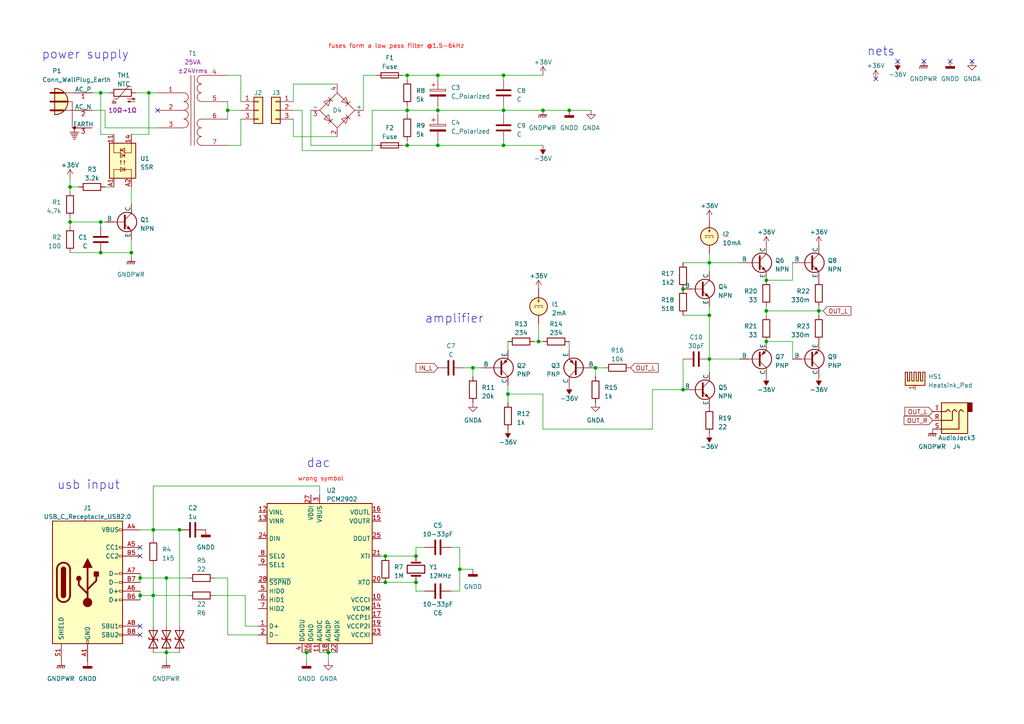
<source format=kicad_sch>
(kicad_sch (version 20230121) (generator eeschema)
  (paper "A4")
  (title_block (title "USB DAC & Headphone Amplifier") (date "2023-03-18") (rev "1") (comment 3 "License: MIT License") (comment 4 "Author: Jona Heinke"))
  (lib_symbols
    (symbol "Audio:PCM2902"
      (property "Reference" "U" (at -14.732 21.59 0))
      (property "Value" "PCM2902" (at 10.922 21.59 0))
      (symbol "PCM2902_1_1"
        (pin bidirectional line (at -17.78 -15.24 0) (length 2.54) (name "D+") (number "1"))
        (pin passive line (at 17.78 -7.62 180) (length 2.54) (name "VCCCI") (number "10"))
        (pin power_in line (at 0 -22.86 90) (length 2.54) (name "AGNDC") (number "11"))
        (pin input line (at -17.78 17.78 0) (length 2.54) (name "VINL") (number "12"))
        (pin input line (at -17.78 15.24 0) (length 2.54) (name "VINR") (number "13"))
        (pin passive line (at 17.78 -10.16 180) (length 2.54) (name "VCOM") (number "14"))
        (pin output line (at 17.78 15.24 180) (length 2.54) (name "VOUTR") (number "15"))
        (pin output line (at 17.78 17.78 180) (length 2.54) (name "VOUTL") (number "16"))
        (pin passive line (at 17.78 -12.7 180) (length 2.54) (name "VCCP1I") (number "17"))
        (pin power_in line (at 2.54 -22.86 90) (length 2.54) (name "AGNDP") (number "18"))
        (pin passive line (at 17.78 -15.24 180) (length 2.54) (name "VCCP2I") (number "19"))
        (pin bidirectional line (at -17.78 -17.78 0) (length 2.54) (name "D-") (number "2"))
        (pin output line (at 17.78 -2.54 180) (length 2.54) (name "XTO") (number "20"))
        (pin input line (at 17.78 5.08 180) (length 2.54) (name "XTI") (number "21"))
        (pin power_in line (at 5.08 -22.86 90) (length 2.54) (name "AGNDX") (number "22"))
        (pin passive line (at 17.78 -17.78 180) (length 2.54) (name "VCCXI") (number "23"))
        (pin input line (at -17.78 10.16 0) (length 2.54) (name "DIN") (number "24"))
        (pin output line (at 17.78 10.16 180) (length 2.54) (name "DOUT") (number "25"))
        (pin power_in line (at -2.54 -22.86 90) (length 2.54) (name "DGND") (number "26"))
        (pin power_out line (at -2.54 22.86 270) (length 2.54) (name "VDDI") (number "27"))
        (pin output line (at -17.78 -2.54 0) (length 2.54) (name "~{SSPND}") (number "28"))
        (pin power_in line (at 0 22.86 270) (length 2.54) (name "VBUS") (number "3"))
        (pin power_in line (at -5.08 -22.86 90) (length 2.54) (name "DGNDU") (number "4"))
        (pin input line (at -17.78 -5.08 0) (length 2.54) (name "HID0") (number "5"))
        (pin input line (at -17.78 -7.62 0) (length 2.54) (name "HID1") (number "6"))
        (pin input line (at -17.78 -10.16 0) (length 2.54) (name "HID2") (number "7"))
        (pin input line (at -17.78 5.08 0) (length 2.54) (name "SEL0") (number "8"))
        (pin input line (at -17.78 2.54 0) (length 2.54) (name "SEL1") (number "9"))
      )
    )
    (symbol "Connector:Conn_WallPlug_Earth" (pin_names (offset 0))
      (property "Reference" "P" (at 0 3.81 0))
      (property "Value" "Conn_WallPlug_Earth" (at -5.08 0 90))
      (symbol "Conn_WallPlug_Earth_1_1"
        (pin power_out line (at 7.62 2.54 180) (length 5.08) (name "AC_P") (number "1"))
        (pin power_out line (at 7.62 -2.54 180) (length 5.08) (name "AC_N") (number "2"))
        (pin passive line (at 7.62 -7.62 180) (length 5.08) (name "EARTH") (number "3"))
      )
    )
    (symbol "Connector:USB_C_Receptacle_USB2.0" (pin_names (offset 1.016))
      (property "Reference" "J" (at -10.16 19.05 0))
      (property "Value" "USB_C_Receptacle_USB2.0" (at 19.05 19.05 0))
      (symbol "USB_C_Receptacle_USB2.0_1_1"
        (pin passive line (at 0 -22.86 90) (length 5.08) (name "GND") (number "A1"))
        (pin passive line (at 0 -22.86 90) (length 5.08) hide (name "GND") (number "A12"))
        (pin passive line (at 15.24 15.24 180) (length 5.08) (name "VBUS") (number "A4"))
        (pin bidirectional line (at 15.24 10.16 180) (length 5.08) (name "CC1") (number "A5"))
        (pin bidirectional line (at 15.24 -2.54 180) (length 5.08) (name "D+") (number "A6"))
        (pin bidirectional line (at 15.24 2.54 180) (length 5.08) (name "D-") (number "A7"))
        (pin bidirectional line (at 15.24 -12.7 180) (length 5.08) (name "SBU1") (number "A8"))
        (pin passive line (at 15.24 15.24 180) (length 5.08) hide (name "VBUS") (number "A9"))
        (pin passive line (at 0 -22.86 90) (length 5.08) hide (name "GND") (number "B1"))
        (pin passive line (at 0 -22.86 90) (length 5.08) hide (name "GND") (number "B12"))
        (pin passive line (at 15.24 15.24 180) (length 5.08) hide (name "VBUS") (number "B4"))
        (pin bidirectional line (at 15.24 7.62 180) (length 5.08) (name "CC2") (number "B5"))
        (pin bidirectional line (at 15.24 -5.08 180) (length 5.08) (name "D+") (number "B6"))
        (pin bidirectional line (at 15.24 0 180) (length 5.08) (name "D-") (number "B7"))
        (pin bidirectional line (at 15.24 -15.24 180) (length 5.08) (name "SBU2") (number "B8"))
        (pin passive line (at 15.24 15.24 180) (length 5.08) hide (name "VBUS") (number "B9"))
        (pin passive line (at -7.62 -22.86 90) (length 5.08) (name "SHIELD") (number "S1"))
      )
    )
    (symbol "Connector_Audio:AudioJack3"
      (property "Reference" "J" (at 0 8.89 0))
      (property "Value" "AudioJack3" (at 0 6.35 0))
      (symbol "AudioJack3_1_1"
        (pin passive line (at 5.08 0 180) (length 2.54) (name "~") (number "R"))
        (pin passive line (at 5.08 2.54 180) (length 2.54) (name "~") (number "S"))
        (pin passive line (at 5.08 -2.54 180) (length 2.54) (name "~") (number "T"))
      )
    )
    (symbol "Connector_Generic:Conn_01x03" (pin_names (offset 1.016) hide)
      (property "Reference" "J" (at 0 5.08 0))
      (property "Value" "Conn_01x03" (at 0 -5.08 0))
      (symbol "Conn_01x03_1_1"
        (pin passive line (at -5.08 2.54 0) (length 3.81) (name "Pin_1") (number "1"))
        (pin passive line (at -5.08 0 0) (length 3.81) (name "Pin_2") (number "2"))
        (pin passive line (at -5.08 -2.54 0) (length 3.81) (name "Pin_3") (number "3"))
      )
    )
    (symbol "Device:C" (pin_numbers hide) (pin_names (offset 0.254))
      (property "Reference" "C" (at 0.635 2.54 0))
      (property "Value" "C" (at 0.635 -2.54 0))
      (symbol "C_1_1"
        (pin passive line (at 0 3.81 270) (length 2.794) (name "~") (number "1"))
        (pin passive line (at 0 -3.81 90) (length 2.794) (name "~") (number "2"))
      )
    )
    (symbol "Device:C_Polarized" (pin_numbers hide) (pin_names (offset 0.254))
      (property "Reference" "C" (at 0.635 2.54 0))
      (property "Value" "C_Polarized" (at 0.635 -2.54 0))
      (symbol "C_Polarized_1_1"
        (pin passive line (at 0 3.81 270) (length 2.794) (name "~") (number "1"))
        (pin passive line (at 0 -3.81 90) (length 2.794) (name "~") (number "2"))
      )
    )
    (symbol "Device:Crystal" (pin_numbers hide) (pin_names (offset 1.016) hide)
      (property "Reference" "Y" (at 0 3.81 0))
      (property "Value" "Crystal" (at 0 -3.81 0))
      (symbol "Crystal_1_1"
        (pin passive line (at -3.81 0 0) (length 1.27) (name "1") (number "1"))
        (pin passive line (at 3.81 0 180) (length 1.27) (name "2") (number "2"))
      )
    )
    (symbol "Device:D_TVS" (pin_numbers hide) (pin_names (offset 1.016) hide)
      (property "Reference" "D" (at 0 2.54 0))
      (property "Value" "D_TVS" (at 0 -2.54 0))
      (symbol "D_TVS_1_1"
        (pin passive line (at -3.81 0 0) (length 2.54) (name "A1") (number "1"))
        (pin passive line (at 3.81 0 180) (length 2.54) (name "A2") (number "2"))
      )
    )
    (symbol "Device:Fuse" (pin_numbers hide) (pin_names (offset 0))
      (property "Reference" "F" (at 2.032 0 90))
      (property "Value" "Fuse" (at -1.905 0 90))
      (symbol "Fuse_1_1"
        (pin passive line (at 0 3.81 270) (length 1.27) (name "~") (number "1"))
        (pin passive line (at 0 -3.81 90) (length 1.27) (name "~") (number "2"))
      )
    )
    (symbol "Device:R" (pin_numbers hide) (pin_names (offset 0))
      (property "Reference" "R" (at 2.032 0 90))
      (property "Value" "R" (at 0 0 90))
      (symbol "R_1_1"
        (pin passive line (at 0 3.81 270) (length 1.27) (name "~") (number "1"))
        (pin passive line (at 0 -3.81 90) (length 1.27) (name "~") (number "2"))
      )
    )
    (symbol "Device:Thermistor_NTC" (pin_numbers hide) (pin_names (offset 0))
      (property "Reference" "TH" (at -4.445 0 90))
      (property "Value" "Thermistor_NTC" (at 3.175 0 90))
      (symbol "Thermistor_NTC_1_1"
        (pin passive line (at 0 3.81 270) (length 1.27) (name "~") (number "1"))
        (pin passive line (at 0 -3.81 90) (length 1.27) (name "~") (number "2"))
      )
    )
    (symbol "Device:Transformer_SP_2S" (pin_names (offset 1.016) hide)
      (property "Reference" "T" (at 0 12.7 0))
      (property "Value" "Transformer_SP_2S" (at 0 -12.7 0))
      (symbol "Transformer_SP_2S_1_1"
        (pin passive line (at -10.16 5.08 0) (length 7.62) (name "IN+") (number "1"))
        (pin passive line (at -10.16 0 0) (length 7.62) (name "PM") (number "2"))
        (pin passive line (at -10.16 -5.08 0) (length 7.62) (name "IN-") (number "3"))
        (pin passive line (at 10.16 10.16 180) (length 7.62) (name "OUT1A") (number "4"))
        (pin passive line (at 10.16 2.54 180) (length 7.62) (name "OUT1B") (number "5"))
        (pin passive line (at 10.16 -2.54 180) (length 7.62) (name "OUT2A") (number "6"))
        (pin passive line (at 10.16 -10.16 180) (length 7.62) (name "OUT2B") (number "7"))
      )
    )
    (symbol "Diode_Bridge:KBPC1501T" (pin_names (offset 0))
      (property "Reference" "D" (at 7.62 7.62 0))
      (property "Value" "KBPC1501T" (at 7.62 5.08 0))
      (symbol "KBPC1501T_1_1"
        (pin passive line (at 7.62 0 180) (length 2.54) (name "+") (number "1"))
        (pin passive line (at 0 -7.62 90) (length 2.54) (name "~") (number "2"))
        (pin passive line (at -7.62 0 0) (length 2.54) (name "-") (number "3"))
        (pin passive line (at 0 7.62 270) (length 2.54) (name "~") (number "4"))
      )
    )
    (symbol "Mechanical:Heatsink_Pad" (pin_names (offset 0))
      (property "Reference" "HS" (at 0 5.715 0))
      (property "Value" "Heatsink_Pad" (at 0 3.81 0))
      (symbol "Heatsink_Pad_1_1"
        (pin passive line (at 0 -2.54 90) (length 1.27) (name "~") (number "1"))
      )
    )
    (symbol "Relay_SolidState:34.81-8240"
      (property "Reference" "U" (at -5.08 5.08 0))
      (property "Value" "34.81-8240" (at 0 5.08 0))
      (symbol "34.81-8240_1_1"
        (pin passive line (at 7.62 2.54 180) (length 2.54) (name "~") (number "11"))
        (pin passive line (at 7.62 -2.54 180) (length 2.54) (name "~") (number "14"))
        (pin passive line (at -7.62 2.54 0) (length 2.54) (name "~") (number "A1"))
        (pin passive line (at -7.62 -2.54 0) (length 2.54) (name "~") (number "A2"))
      )
    )
    (symbol "Simulation_SPICE:IDC" (pin_numbers hide) (pin_names (offset 0.0254))
      (property "Reference" "I" (at 2.54 2.54 0))
      (property "Value" "1" (at 2.54 0 0))
      (symbol "IDC_1_1"
        (pin passive line (at 0 5.08 270) (length 2.54) (name "~") (number "1"))
        (pin passive line (at 0 -5.08 90) (length 2.54) (name "~") (number "2"))
      )
    )
    (symbol "Simulation_SPICE:NPN" (pin_numbers hide) (pin_names (offset 0))
      (property "Reference" "Q" (at -2.54 7.62 0))
      (property "Value" "NPN" (at -2.54 5.08 0))
      (symbol "NPN_1_1"
        (pin open_collector line (at 2.54 5.08 270) (length 2.54) (name "C") (number "1"))
        (pin input line (at -5.08 0 0) (length 2.54) (name "B") (number "2"))
        (pin open_emitter line (at 2.54 -5.08 90) (length 2.54) (name "E") (number "3"))
      )
    )
    (symbol "Simulation_SPICE:PNP" (pin_numbers hide) (pin_names (offset 0))
      (property "Reference" "Q" (at -2.54 7.62 0))
      (property "Value" "PNP" (at -2.54 5.08 0))
      (symbol "PNP_1_1"
        (pin open_collector line (at 2.54 5.08 270) (length 2.54) (name "C") (number "1"))
        (pin input line (at -5.08 0 0) (length 2.54) (name "B") (number "2"))
        (pin open_emitter line (at 2.54 -5.08 90) (length 2.54) (name "E") (number "3"))
      )
    )
    (symbol "power:+36V" (power) (pin_names (offset 0))
      (property "Value" "+36V" (at 0 3.556 0))
      (symbol "+36V_1_1"
        (pin power_in line (at 0 0 90) (length 0) hide (name "+36V") (number "1"))
      )
    )
    (symbol "power:-36V" (power) (pin_names (offset 0))
      (property "Value" "-36V" (at 0 3.81 0))
      (symbol "-36V_0_0"
        (pin power_in line (at 0 0 90) (length 0) hide (name "-36V") (number "1"))
      )
    )
    (symbol "power:GNDA" (power) (pin_names (offset 0))
      (property "Value" "GNDA" (at 0 -3.81 0))
      (symbol "GNDA_1_1"
        (pin power_in line (at 0 0 270) (length 0) hide (name "GNDA") (number "1"))
      )
    )
    (symbol "power:GNDD" (power) (pin_names (offset 0))
      (property "Value" "GNDD" (at 0 -3.175 0))
      (symbol "GNDD_1_1"
        (pin power_in line (at 0 0 270) (length 0) hide (name "GNDD") (number "1"))
      )
    )
    (symbol "power:GNDPWR" (power) (pin_names (offset 0))
      (property "Value" "GNDPWR" (at 0 -3.302 0))
      (symbol "GNDPWR_1_1"
        (pin power_in line (at 0 0 270) (length 0) hide (name "GNDPWR") (number "1"))
      )
    )
  )
  (junction (at 237.49 90.17))
  (junction (at 44.45 153.67))
  (junction (at 38.1 73.279))
  (junction (at 205.74 91.44))
  (junction (at 118.11 32.004))
  (junction (at 127 42.164))
  (junction (at 95.25 189.23))
  (junction (at 172.72 106.68))
  (junction (at 29.21 64.389))
  (junction (at 111.76 168.91))
  (junction (at 120.65 168.91))
  (junction (at 52.07 153.67))
  (junction (at 40.64 167.64))
  (junction (at 29.21 73.279))
  (junction (at 111.76 161.29))
  (junction (at 48.26 167.64))
  (junction (at 156.21 99.06))
  (junction (at 118.11 42.164))
  (junction (at 118.11 21.844))
  (junction (at 146.05 32.004))
  (junction (at 137.16 106.68))
  (junction (at 165.1 32.004))
  (junction (at 48.26 189.23))
  (junction (at 127 21.844))
  (junction (at 120.65 161.29))
  (junction (at 40.64 172.72))
  (junction (at 88.9 189.23))
  (junction (at 222.25 99.06))
  (junction (at 222.25 81.28))
  (junction (at 222.25 90.17))
  (junction (at 198.12 83.82))
  (junction (at 44.45 172.72))
  (junction (at 205.74 104.14))
  (junction (at 198.12 113.03))
  (junction (at 133.35 165.1))
  (junction (at 127 32.004))
  (junction (at 205.74 76.2))
  (junction (at 147.32 114.3))
  (junction (at 66.04 32.004))
  (junction (at 20.32 64.389))
  (junction (at 146.05 42.164))
  (junction (at 20.32 54.229))
  (junction (at 146.05 21.844))
  (junction (at 157.48 32.004))
  (junction (at 29.21 26.924))
  (junction (at 43.18 26.924))
  (no_connect (at 40.64 184.15))
  (no_connect (at 281.94 17.78))
  (no_connect (at 267.97 17.78))
  (no_connect (at 260.35 17.78))
  (no_connect (at 254 22.86))
  (no_connect (at 45.72 32.004))
  (no_connect (at 40.64 158.75))
  (no_connect (at 275.59 17.78))
  (no_connect (at 40.64 161.29))
  (no_connect (at 40.64 181.61))
  (wire (pts (xy 66.04 32.004) (xy 66.04 34.544)))
  (wire (pts (xy 123.19 158.75) (xy 120.65 158.75)))
  (wire (pts (xy 44.45 172.72) (xy 54.61 172.72)))
  (wire (pts (xy 107.95 32.004) (xy 107.95 43.688)))
  (wire (pts (xy 118.11 30.734) (xy 118.11 32.004)))
  (wire (pts (xy 44.45 156.21) (xy 44.45 153.67)))
  (wire (pts (xy 156.21 99.06) (xy 157.48 99.06)))
  (wire (pts (xy 118.11 21.844) (xy 118.11 23.114)))
  (wire (pts (xy 205.74 104.14) (xy 214.63 104.14)))
  (wire (pts (xy 29.21 38.989) (xy 33.02 38.989)))
  (wire (pts (xy 48.26 189.23) (xy 48.26 191.77)))
  (wire (pts (xy 66.04 21.844) (xy 69.85 21.844)))
  (wire (pts (xy 127 30.734) (xy 127 32.004)))
  (wire (pts (xy 172.72 106.68) (xy 175.26 106.68)))
  (wire (pts (xy 44.45 163.83) (xy 44.45 172.72)))
  (wire (pts (xy 127 32.004) (xy 127 33.274)))
  (wire (pts (xy 146.05 42.164) (xy 157.48 42.164)))
  (wire (pts (xy 20.32 64.389) (xy 20.32 65.659)))
  (wire (pts (xy 66.04 167.64) (xy 66.04 184.15)))
  (wire (pts (xy 133.35 158.75) (xy 133.35 165.1)))
  (wire (pts (xy 157.48 124.46) (xy 157.48 114.3)))
  (wire (pts (xy 120.65 171.45) (xy 120.65 168.91)))
  (wire (pts (xy 147.32 99.06) (xy 147.32 101.6)))
  (wire (pts (xy 147.32 111.76) (xy 147.32 114.3)))
  (wire (pts (xy 118.11 32.004) (xy 127 32.004)))
  (wire (pts (xy 26.67 32.004) (xy 30.48 32.004)))
  (wire (pts (xy 85.09 39.624) (xy 85.09 34.544)))
  (wire (pts (xy 30.48 64.389) (xy 29.21 64.389)))
  (wire (pts (xy 87.63 189.23) (xy 88.9 189.23)))
  (wire (pts (xy 189.23 113.03) (xy 189.23 124.46)))
  (wire (pts (xy 198.12 91.44) (xy 205.74 91.44)))
  (wire (pts (xy 127 32.004) (xy 146.05 32.004)))
  (wire (pts (xy 29.21 64.389) (xy 29.21 65.659)))
  (wire (pts (xy 111.76 168.91) (xy 120.65 168.91)))
  (wire (pts (xy 87.63 32.004) (xy 87.63 43.688)))
  (wire (pts (xy 88.9 189.23) (xy 90.17 189.23)))
  (wire (pts (xy 69.85 21.844) (xy 69.85 29.464)))
  (wire (pts (xy 52.07 153.67) (xy 52.07 181.61)))
  (wire (pts (xy 44.45 153.67) (xy 40.64 153.67)))
  (wire (pts (xy 20.32 54.229) (xy 20.32 51.689)))
  (wire (pts (xy 205.74 76.2) (xy 205.74 78.74)))
  (wire (pts (xy 88.9 191.77) (xy 88.9 189.23)))
  (wire (pts (xy 222.25 81.28) (xy 229.87 81.28)))
  (wire (pts (xy 237.49 88.9) (xy 237.49 90.17)))
  (wire (pts (xy 38.1 54.229) (xy 38.1 59.309)))
  (wire (pts (xy 146.05 40.894) (xy 146.05 42.164)))
  (wire (pts (xy 30.48 32.004) (xy 30.48 37.084)))
  (wire (pts (xy 165.1 32.004) (xy 171.45 32.004)))
  (wire (pts (xy 133.35 171.45) (xy 133.35 165.1)))
  (wire (pts (xy 29.21 73.279) (xy 38.1 73.279)))
  (wire (pts (xy 157.48 114.3) (xy 147.32 114.3)))
  (wire (pts (xy 118.11 32.004) (xy 118.11 33.274)))
  (wire (pts (xy 137.16 106.68) (xy 139.7 106.68)))
  (wire (pts (xy 44.45 172.72) (xy 44.45 181.61)))
  (wire (pts (xy 222.25 90.17) (xy 237.49 90.17)))
  (wire (pts (xy 109.22 21.844) (xy 105.41 21.844)))
  (wire (pts (xy 105.41 21.844) (xy 105.41 32.004)))
  (wire (pts (xy 29.21 38.989) (xy 29.21 26.924)))
  (wire (pts (xy 110.49 161.29) (xy 111.76 161.29)))
  (wire (pts (xy 120.65 158.75) (xy 120.65 161.29)))
  (wire (pts (xy 20.32 73.279) (xy 29.21 73.279)))
  (wire (pts (xy 20.32 54.229) (xy 20.32 55.499)))
  (wire (pts (xy 71.12 181.61) (xy 74.93 181.61)))
  (wire (pts (xy 62.23 167.64) (xy 66.04 167.64)))
  (wire (pts (xy 146.05 30.734) (xy 146.05 32.004)))
  (wire (pts (xy 29.21 64.389) (xy 20.32 64.389)))
  (wire (pts (xy 40.64 166.37) (xy 40.64 167.64)))
  (wire (pts (xy 40.64 171.45) (xy 40.64 172.72)))
  (wire (pts (xy 39.37 26.924) (xy 43.18 26.924)))
  (wire (pts (xy 127 42.164) (xy 118.11 42.164)))
  (wire (pts (xy 146.05 21.844) (xy 146.05 23.114)))
  (wire (pts (xy 130.81 171.45) (xy 133.35 171.45)))
  (wire (pts (xy 40.64 167.64) (xy 48.26 167.64)))
  (wire (pts (xy 66.04 32.004) (xy 69.85 32.004)))
  (wire (pts (xy 92.71 143.51) (xy 92.71 140.97)))
  (wire (pts (xy 52.07 153.67) (xy 44.45 153.67)))
  (wire (pts (xy 38.1 69.469) (xy 38.1 73.279)))
  (wire (pts (xy 30.48 54.229) (xy 33.02 54.229)))
  (wire (pts (xy 118.11 21.844) (xy 127 21.844)))
  (wire (pts (xy 229.87 81.28) (xy 229.87 76.2)))
  (wire (pts (xy 66.04 184.15) (xy 74.93 184.15)))
  (wire (pts (xy 97.79 39.624) (xy 85.09 39.624)))
  (wire (pts (xy 137.16 106.68) (xy 137.16 109.22)))
  (wire (pts (xy 146.05 32.004) (xy 157.48 32.004)))
  (wire (pts (xy 156.21 93.98) (xy 156.21 99.06)))
  (wire (pts (xy 157.48 32.004) (xy 165.1 32.004)))
  (wire (pts (xy 90.17 42.164) (xy 109.22 42.164)))
  (wire (pts (xy 237.49 90.17) (xy 238.76 90.17)))
  (wire (pts (xy 205.74 76.2) (xy 214.63 76.2)))
  (wire (pts (xy 127 40.894) (xy 127 42.164)))
  (wire (pts (xy 22.86 54.229) (xy 20.32 54.229)))
  (wire (pts (xy 205.74 88.9) (xy 205.74 91.44)))
  (wire (pts (xy 26.67 26.924) (xy 29.21 26.924)))
  (wire (pts (xy 134.62 106.68) (xy 137.16 106.68)))
  (wire (pts (xy 40.64 167.64) (xy 40.64 168.91)))
  (wire (pts (xy 222.25 88.9) (xy 222.25 90.17)))
  (wire (pts (xy 237.49 90.17) (xy 237.49 91.44)))
  (wire (pts (xy 85.09 32.004) (xy 87.63 32.004)))
  (wire (pts (xy 44.45 140.97) (xy 44.45 153.67)))
  (wire (pts (xy 90.17 42.164) (xy 90.17 32.004)))
  (wire (pts (xy 127 21.844) (xy 127 23.114)))
  (wire (pts (xy 123.19 171.45) (xy 120.65 171.45)))
  (wire (pts (xy 85.09 24.384) (xy 85.09 29.464)))
  (wire (pts (xy 116.84 21.844) (xy 118.11 21.844)))
  (wire (pts (xy 40.64 172.72) (xy 40.64 173.99)))
  (wire (pts (xy 66.04 29.464) (xy 66.04 32.004)))
  (wire (pts (xy 146.05 42.164) (xy 127 42.164)))
  (wire (pts (xy 198.12 104.14) (xy 198.12 113.03)))
  (wire (pts (xy 97.79 24.384) (xy 85.09 24.384)))
  (wire (pts (xy 205.74 91.44) (xy 205.74 104.14)))
  (wire (pts (xy 71.12 172.72) (xy 71.12 181.61)))
  (wire (pts (xy 95.25 189.23) (xy 97.79 189.23)))
  (wire (pts (xy 157.48 124.46) (xy 189.23 124.46)))
  (wire (pts (xy 92.71 140.97) (xy 44.45 140.97)))
  (wire (pts (xy 198.12 76.2) (xy 205.74 76.2)))
  (wire (pts (xy 229.87 99.06) (xy 229.87 104.14)))
  (wire (pts (xy 111.76 161.29) (xy 120.65 161.29)))
  (wire (pts (xy 48.26 167.64) (xy 48.26 181.61)))
  (wire (pts (xy 48.26 189.23) (xy 52.07 189.23)))
  (wire (pts (xy 20.32 63.119) (xy 20.32 64.389)))
  (wire (pts (xy 130.81 158.75) (xy 133.35 158.75)))
  (wire (pts (xy 87.63 43.688) (xy 107.95 43.688)))
  (wire (pts (xy 127 21.844) (xy 146.05 21.844)))
  (wire (pts (xy 172.72 106.68) (xy 172.72 109.22)))
  (wire (pts (xy 222.25 99.06) (xy 229.87 99.06)))
  (wire (pts (xy 205.74 73.66) (xy 205.74 76.2)))
  (wire (pts (xy 48.26 167.64) (xy 54.61 167.64)))
  (wire (pts (xy 165.1 99.06) (xy 165.1 101.6)))
  (wire (pts (xy 92.71 189.23) (xy 95.25 189.23)))
  (wire (pts (xy 43.18 38.989) (xy 43.18 26.924)))
  (wire (pts (xy 110.49 168.91) (xy 111.76 168.91)))
  (wire (pts (xy 38.1 38.989) (xy 43.18 38.989)))
  (wire (pts (xy 133.35 165.1) (xy 137.16 165.1)))
  (wire (pts (xy 44.45 189.23) (xy 48.26 189.23)))
  (wire (pts (xy 107.95 32.004) (xy 118.11 32.004)))
  (wire (pts (xy 222.25 90.17) (xy 222.25 91.44)))
  (wire (pts (xy 30.48 37.084) (xy 45.72 37.084)))
  (wire (pts (xy 40.64 172.72) (xy 44.45 172.72)))
  (wire (pts (xy 205.74 104.14) (xy 205.74 107.95)))
  (wire (pts (xy 146.05 21.844) (xy 157.48 21.844)))
  (wire (pts (xy 29.21 26.924) (xy 31.75 26.924)))
  (wire (pts (xy 146.05 32.004) (xy 146.05 33.274)))
  (wire (pts (xy 38.1 73.279) (xy 38.1 74.549)))
  (wire (pts (xy 62.23 172.72) (xy 71.12 172.72)))
  (wire (pts (xy 66.04 42.164) (xy 69.85 42.164)))
  (wire (pts (xy 43.18 26.924) (xy 45.72 26.924)))
  (wire (pts (xy 154.94 99.06) (xy 156.21 99.06)))
  (wire (pts (xy 147.32 114.3) (xy 147.32 116.84)))
  (wire (pts (xy 95.25 189.23) (xy 95.25 191.77)))
  (wire (pts (xy 198.12 113.03) (xy 189.23 113.03)))
  (wire (pts (xy 118.11 42.164) (xy 116.84 42.164)))
  (wire (pts (xy 118.11 40.894) (xy 118.11 42.164)))
  (wire (pts (xy 69.85 42.164) (xy 69.85 34.544)))
  (text "power supply" (at 12.065 17.399 0) (effects (font (size 2.54 2.54)) (justify left bottom)))
  (text "amplifier" (at 123.19 93.98 0) (effects (font (size 2.54 2.54)) (justify left bottom)))
  (text "dac" (at 88.9 135.89 0) (effects (font (size 2.54 2.54)) (justify left bottom)))
  (text "usb input" (at 16.51 142.24 0) (effects (font (size 2.54 2.54)) (justify left bottom)))
  (text "fuses form a low pass filter @1.5-6kHz" (at 95.25 14.224 0) (effects (font (size 1.27 1.27)) (justify left bottom)))
  (text "nets" (at 251.46 16.51 0) (effects (font (size 2.54 2.54)) (justify left bottom)))
  (text "wrong symbol" (at 86.36 139.7 0) (effects (font (size 1.27 1.27)) (justify left bottom)))
  (global_label "OUT_L" (shape input) (at 270.51 119.38 180) (property "Intersheetrefs" "${INTERSHEET_REFS}" (effects hide)))
  (global_label "IN_L" (shape input) (at 127 106.68 180) (property "Intersheetrefs" "${INTERSHEET_REFS}" (effects hide)))
  (global_label "OUT_L" (shape input) (at 238.76 90.17 0) (property "Intersheetrefs" "${INTERSHEET_REFS}" (effects hide)))
  (global_label "OUT_L" (shape input) (at 182.88 106.68 0) (property "Intersheetrefs" "${INTERSHEET_REFS}" (effects hide)))
  (global_label "OUT_R" (shape input) (at 270.51 121.92 180) (property "Intersheetrefs" "${INTERSHEET_REFS}" (effects hide)))
  (symbol (lib_id "Device:C_Polarized") (at 127 37.084 0) (unit 1)
    (property "Reference" "C4" (at 130.81 35.56 0) (effects (justify left)))
    (property "Value" "C_Polarized" (at 130.81 38.1 0) (effects (justify left)))
  )
  (symbol (lib_id "Mechanical:Heatsink_Pad") (at 265.43 110.49 0) (unit 1)
    (property "Reference" "HS1" (at 269.24 109.22 0) (effects (justify left)))
    (property "Value" "Heatsink_Pad" (at 269.24 111.76 0) (effects (justify left)))
  )
  (symbol (lib_id "Simulation_SPICE:NPN") (at 35.56 64.389 0) (unit 1)
    (property "Reference" "Q1" (at 40.64 63.754 0) (effects (justify left)))
    (property "Value" "NPN" (at 40.64 66.294 0) (effects (justify left)))
    (property "Sim.Device" "NPN" (effects hide))
    (property "Sim.Type" "GUMMELPOON" (effects hide))
    (property "Sim.Pins" "1=C 2=B 3=E" (effects hide))
  )
  (symbol (lib_id "Device:C") (at 55.88 153.67 90) (unit 1)
    (property "Reference" "C2" (at 55.88 147.32 90))
    (property "Value" "1u" (at 55.88 149.86 90))
  )
  (symbol (lib_id "Device:Transformer_SP_2S") (at 55.88 32.004 0) (unit 1) (on_board no)
    (property "Reference" "T1" (at 55.88 15.494 0))
    (property "Value" "Transformer_SP_2S" (effects hide))
    (property "Spannung" "±24Vrms" (at 55.88 20.574 0))
    (property "Leistung" "25VA" (at 55.88 18.034 0))
  )
  (symbol (lib_id "Connector_Generic:Conn_01x03") (at 74.93 32.004 0) (unit 1) (in_bom no) (on_board no)
    (property "Reference" "J2" (at 73.66 26.924 0) (effects (justify left)))
    (property "Value" "Conn_01x03" (effects hide))
  )
  (symbol (lib_id "Device:C") (at 29.21 69.469 0) (mirror y) (unit 1)
    (property "Reference" "C1" (at 25.4 68.834 0) (effects (justify left)))
    (property "Value" "C" (at 25.4 71.374 0) (effects (justify left)))
  )
  (symbol (lib_id "power:-36V") (at 260.35 17.78 0) (mirror x) (unit 1)
    (property "Reference" "#PWR028" (effects hide))
    (property "Value" "-33V" (at 260.35 21.59 0))
  )
  (symbol (lib_id "Device:D_TVS") (at 52.07 185.42 90) (unit 1)
    (property "Reference" "D3" (effects hide))
    (property "Value" "D_TVS" (effects hide))
  )
  (symbol (lib_id "Device:C_Polarized") (at 127 26.924 0) (unit 1)
    (property "Reference" "C3" (at 130.81 25.4 0) (effects (justify left)))
    (property "Value" "C_Polarized" (at 130.81 27.94 0) (effects (justify left)))
  )
  (symbol (lib_id "Connector:USB_C_Receptacle_USB2.0") (at 25.4 168.91 0) (unit 1)
    (property "Reference" "J1" (at 25.4 147.32 0))
    (property "Value" "USB_C_Receptacle_USB2.0" (at 25.4 149.86 0))
    (property "Datasheet" "https://www.usb.org/sites/default/files/documents/usb_type-c.zip" (effects hide))
  )
  (symbol (lib_id "Device:R") (at 222.25 85.09 0) (mirror x) (unit 1)
    (property "Reference" "R20" (at 219.71 84.455 0) (effects (justify right)))
    (property "Value" "33" (at 219.71 86.995 0) (effects (justify right)))
  )
  (symbol (lib_id "power:GNDD") (at 275.59 17.78 0) (unit 1)
    (property "Reference" "#PWR031" (effects hide))
    (property "Value" "GNDD" (at 275.59 22.86 0))
  )
  (symbol (lib_id "Connector_Generic:Conn_01x03") (at 80.01 32.004 0) (mirror y) (unit 1)
    (property "Reference" "J3" (at 81.28 26.924 0) (effects (justify left)))
    (property "Value" "Conn_01x03" (effects hide))
  )
  (symbol (lib_id "power:GNDPWR") (at 267.97 17.78 0) (unit 1)
    (property "Reference" "#PWR029" (effects hide))
    (property "Value" "GNDPWR" (at 267.843 22.86 0))
  )
  (symbol (lib_id "Device:C") (at 127 171.45 90) (mirror x) (unit 1)
    (property "Reference" "C6" (at 127 177.8 90))
    (property "Value" "10-33pF" (at 127 175.26 90))
  )
  (symbol (lib_id "Device:R") (at 172.72 113.03 180) (unit 1)
    (property "Reference" "R15" (at 175.26 112.395 0) (effects (justify right)))
    (property "Value" "1k" (at 175.26 114.935 0) (effects (justify right)))
  )
  (symbol (lib_id "Device:C") (at 130.81 106.68 90) (unit 1)
    (property "Reference" "C7" (at 130.81 100.33 90))
    (property "Value" "C" (at 130.81 102.87 90))
  )
  (symbol (lib_id "Device:R") (at 237.49 85.09 0) (mirror x) (unit 1)
    (property "Reference" "R22" (at 234.95 84.455 0) (effects (justify right)))
    (property "Value" "330m" (at 234.95 86.995 0) (effects (justify right)))
  )
  (symbol (lib_id "Device:R") (at 222.25 95.25 0) (mirror x) (unit 1)
    (property "Reference" "R21" (at 219.71 94.615 0) (effects (justify right)))
    (property "Value" "33" (at 219.71 97.155 0) (effects (justify right)))
  )
  (symbol (lib_id "power:GNDPWR") (at 48.26 191.77 0) (unit 1)
    (property "Reference" "#PWR05" (effects hide))
    (property "Value" "GNDPWR" (at 48.133 196.85 0))
  )
  (symbol (lib_id "Device:Thermistor_NTC") (at 35.56 26.924 90) (unit 1)
    (property "Reference" "TH1" (at 35.8775 21.844 90))
    (property "Value" "NTC" (at 35.8775 24.384 90))
    (property "Widerstand" "10Ω→1Ω" (at 35.56 32.004 90))
  )
  (symbol (lib_id "power:GNDA") (at 137.16 116.84 0) (unit 1)
    (property "Reference" "#PWR010" (effects hide))
    (property "Value" "GNDA" (at 137.16 121.92 0))
  )
  (symbol (lib_id "Simulation_SPICE:PNP") (at 234.95 104.14 0) (mirror x) (unit 1)
    (property "Reference" "Q9" (at 240.03 103.505 0) (effects (justify left)))
    (property "Value" "PNP" (at 240.03 106.045 0) (effects (justify left)))
    (property "Sim.Device" "PNP" (effects hide))
    (property "Sim.Type" "GUMMELPOON" (effects hide))
    (property "Sim.Pins" "1=C 2=B 3=E" (effects hide))
  )
  (symbol (lib_id "power:GNDD") (at 88.9 191.77 0) (unit 1)
    (property "Reference" "#PWR07" (effects hide))
    (property "Value" "GNDD" (at 88.9 196.85 0))
  )
  (symbol (lib_id "Device:R") (at 118.11 37.084 0) (unit 1)
    (property "Reference" "R9" (at 120.65 36.449 0) (effects (justify left)))
    (property "Value" "5k" (at 120.65 38.989 0) (effects (justify left)))
  )
  (symbol (lib_id "Device:R") (at 20.32 59.309 0) (mirror y) (unit 1)
    (property "Reference" "R1" (at 17.78 58.674 0) (effects (justify left)))
    (property "Value" "4.7k" (at 17.78 61.214 0) (effects (justify left)))
  )
  (symbol (lib_id "Device:R") (at 198.12 80.01 0) (mirror x) (unit 1)
    (property "Reference" "R17" (at 195.58 79.375 0) (effects (justify right)))
    (property "Value" "1k2" (at 195.58 81.915 0) (effects (justify right)))
  )
  (symbol (lib_id "Audio:PCM2902") (at 92.71 166.37 0) (unit 1)
    (property "Reference" "U2" (at 94.6659 142.24 0) (effects (justify left)))
    (property "Value" "PCM2902" (at 94.6659 144.78 0) (effects (justify left)))
    (property "Footprint" "Package_SO:SSOP-28_5.3x10.2mm_P0.65mm" (effects hide))
    (property "Datasheet" "http://www.ti.com/lit/ds/symlink/pcm2902c.pdf" (effects hide))
  )
  (symbol (lib_id "Device:C") (at 146.05 37.084 0) (unit 1)
    (property "Reference" "C9" (at 149.86 36.449 0) (effects (justify left)))
    (property "Value" "C" (at 149.86 38.989 0) (effects (justify left)))
  )
  (symbol (lib_id "Device:R") (at 20.32 69.469 0) (mirror y) (unit 1)
    (property "Reference" "R2" (at 17.78 68.834 0) (effects (justify left)))
    (property "Value" "100" (at 17.78 71.374 0) (effects (justify left)))
  )
  (symbol (lib_id "power:-36V") (at 157.48 42.164 0) (mirror x) (unit 1)
    (property "Reference" "#PWR016" (effects hide))
    (property "Value" "-33V" (at 157.48 45.974 0))
  )
  (symbol (lib_id "Simulation_SPICE:IDC") (at 205.74 68.58 0) (unit 1)
    (property "Reference" "I2" (at 209.55 67.945 0) (effects (justify left)))
    (property "Value" "10mA" (at 209.55 70.485 0) (effects (justify left)))
    (property "Sim.Pins" "1=+ 2=-" (effects hide))
    (property "Sim.Type" "DC" (effects hide))
    (property "Sim.Device" "I" (effects hide))
  )
  (symbol (lib_id "Simulation_SPICE:NPN") (at 203.2 113.03 0) (unit 1)
    (property "Reference" "Q5" (at 208.28 112.395 0) (effects (justify left)))
    (property "Value" "NPN" (at 208.28 114.935 0) (effects (justify left)))
    (property "Sim.Device" "NPN" (effects hide))
    (property "Sim.Type" "GUMMELPOON" (effects hide))
    (property "Sim.Pins" "1=C 2=B 3=E" (effects hide))
  )
  (symbol (lib_id "power:+36V") (at 222.25 71.12 0) (unit 1)
    (property "Reference" "#PWR023" (effects hide))
    (property "Value" "+33V" (at 222.25 67.31 0))
  )
  (symbol (lib_id "Device:C") (at 201.93 104.14 90) (unit 1)
    (property "Reference" "C10" (at 201.93 97.79 90))
    (property "Value" "30pF" (at 201.93 100.33 90))
  )
  (symbol (lib_id "Device:R") (at 137.16 113.03 180) (unit 1)
    (property "Reference" "R11" (at 139.7 112.395 0) (effects (justify right)))
    (property "Value" "20k" (at 139.7 114.935 0) (effects (justify right)))
  )
  (symbol (lib_id "Device:R") (at 58.42 172.72 90) (mirror x) (unit 1)
    (property "Reference" "R6" (at 58.42 177.8 90))
    (property "Value" "22" (at 58.42 175.26 90))
  )
  (symbol (lib_id "power:GNDD") (at 25.4 191.77 0) (unit 1)
    (property "Reference" "#PWR03" (effects hide))
    (property "Value" "GNDD" (at 25.4 196.85 0))
  )
  (symbol (lib_id "power:+36V") (at 156.21 83.82 0) (unit 1)
    (property "Reference" "#PWR013" (effects hide))
    (property "Value" "+33V" (at 156.21 80.01 0))
  )
  (symbol (lib_id "power:-36V") (at 205.74 125.73 0) (mirror x) (unit 1)
    (property "Reference" "#PWR022" (effects hide))
    (property "Value" "-33V" (at 205.74 129.54 0))
  )
  (symbol (lib_id "power:GNDA") (at 172.72 116.84 0) (unit 1)
    (property "Reference" "#PWR020" (effects hide))
    (property "Value" "GNDA" (at 172.72 121.92 0))
  )
  (symbol (lib_id "power:GNDA") (at 171.45 32.004 0) (unit 1)
    (property "Reference" "#PWR019" (effects hide))
    (property "Value" "GNDA" (at 171.45 37.084 0))
  )
  (symbol (lib_id "power:+36V") (at 205.74 63.5 0) (unit 1)
    (property "Reference" "#PWR021" (effects hide))
    (property "Value" "+33V" (at 205.74 59.69 0))
  )
  (symbol (lib_id "Device:Crystal") (at 120.65 165.1 90) (unit 1)
    (property "Reference" "Y1" (at 124.46 164.465 90) (effects (justify right)))
    (property "Value" "12MHz" (at 124.46 167.005 90) (effects (justify right)))
  )
  (symbol (lib_id "Simulation_SPICE:NPN") (at 203.2 83.82 0) (unit 1)
    (property "Reference" "Q4" (at 208.28 83.185 0) (effects (justify left)))
    (property "Value" "NPN" (at 208.28 85.725 0) (effects (justify left)))
    (property "Sim.Device" "NPN" (effects hide))
    (property "Sim.Type" "GUMMELPOON" (effects hide))
    (property "Sim.Pins" "1=C 2=B 3=E" (effects hide))
  )
  (symbol (lib_id "power:-36V") (at 237.49 109.22 0) (mirror x) (unit 1)
    (property "Reference" "#PWR026" (effects hide))
    (property "Value" "-33V" (at 237.49 113.03 0))
  )
  (symbol (lib_id "Simulation_SPICE:IDC") (at 156.21 88.9 0) (unit 1)
    (property "Reference" "I1" (at 160.02 88.265 0) (effects (justify left)))
    (property "Value" "2mA" (at 160.02 90.805 0) (effects (justify left)))
    (property "Sim.Pins" "1=+ 2=-" (effects hide))
    (property "Sim.Type" "DC" (effects hide))
    (property "Sim.Device" "I" (effects hide))
  )
  (symbol (lib_id "Diode_Bridge:KBPC1501T") (at 97.79 32.004 0) (unit 1)
    (property "Reference" "D4" (at 97.79 32.004 0))
  )
  (symbol (lib_id "Simulation_SPICE:NPN") (at 234.95 76.2 0) (unit 1)
    (property "Reference" "Q8" (at 240.03 75.565 0) (effects (justify left)))
    (property "Value" "NPN" (at 240.03 78.105 0) (effects (justify left)))
    (property "Sim.Device" "NPN" (effects hide))
    (property "Sim.Type" "GUMMELPOON" (effects hide))
    (property "Sim.Pins" "1=C 2=B 3=E" (effects hide))
  )
  (symbol (lib_id "Device:R") (at 151.13 99.06 90) (unit 1)
    (property "Reference" "R13" (at 151.13 93.98 90))
    (property "Value" "234" (at 151.13 96.52 90))
  )
  (symbol (lib_id "Connector_Audio:AudioJack3") (at 275.59 121.92 180) (unit 1)
    (property "Reference" "J4" (at 277.495 129.54 0))
    (property "Value" "AudioJack3" (at 277.495 127 0))
  )
  (symbol (lib_id "Simulation_SPICE:NPN") (at 219.71 76.2 0) (unit 1)
    (property "Reference" "Q6" (at 224.79 75.565 0) (effects (justify left)))
    (property "Value" "NPN" (at 224.79 78.105 0) (effects (justify left)))
    (property "Sim.Device" "NPN" (effects hide))
    (property "Sim.Type" "GUMMELPOON" (effects hide))
    (property "Sim.Pins" "1=C 2=B 3=E" (effects hide))
  )
  (symbol (lib_id "Device:R") (at 198.12 87.63 0) (mirror x) (unit 1)
    (property "Reference" "R18" (at 195.58 86.995 0) (effects (justify right)))
    (property "Value" "518" (at 195.58 89.535 0) (effects (justify right)))
  )
  (symbol (lib_id "power:-36V") (at 147.32 124.46 0) (mirror x) (unit 1)
    (property "Reference" "#PWR012" (effects hide))
    (property "Value" "-33V" (at 147.32 128.27 0))
  )
  (symbol (lib_id "Device:R") (at 205.74 121.92 180) (unit 1)
    (property "Reference" "R19" (at 208.28 121.285 0) (effects (justify right)))
    (property "Value" "22" (at 208.28 123.825 0) (effects (justify right)))
  )
  (symbol (lib_id "power:-36V") (at 222.25 109.22 0) (mirror x) (unit 1)
    (property "Reference" "#PWR024" (effects hide))
    (property "Value" "-33V" (at 222.25 113.03 0))
  )
  (symbol (lib_id "Device:R") (at 26.67 54.229 90) (unit 1)
    (property "Reference" "R3" (at 26.67 49.149 90))
    (property "Value" "3.2k" (at 26.67 51.689 90))
  )
  (symbol (lib_id "power:GNDPWR") (at 157.48 32.004 0) (unit 1)
    (property "Reference" "#PWR015" (effects hide))
    (property "Value" "GNDPWR" (at 157.353 37.084 0))
  )
  (symbol (lib_id "Simulation_SPICE:PNP") (at 219.71 104.14 0) (mirror x) (unit 1)
    (property "Reference" "Q7" (at 224.79 103.505 0) (effects (justify left)))
    (property "Value" "PNP" (at 224.79 106.045 0) (effects (justify left)))
    (property "Sim.Device" "PNP" (effects hide))
    (property "Sim.Type" "GUMMELPOON" (effects hide))
    (property "Sim.Pins" "1=C 2=B 3=E" (effects hide))
  )
  (symbol (lib_id "Connector:Conn_WallPlug_Earth") (at 19.05 29.464 0) (unit 1) (on_board no)
    (property "Reference" "P1" (at 16.51 20.574 0))
    (property "Value" "Conn_WallPlug_Earth" (at 22.225 23.114 0))
  )
  (symbol (lib_id "power:+36V") (at 157.48 21.844 0) (unit 1)
    (property "Reference" "#PWR014" (effects hide))
    (property "Value" "+33V" (at 157.48 18.034 0))
  )
  (symbol (lib_id "Device:Fuse") (at 113.03 42.164 90) (unit 1)
    (property "Reference" "F2" (at 113.03 37.084 90))
    (property "Value" "Fuse" (at 113.03 39.624 90))
  )
  (symbol (lib_id "power:GNDD") (at 137.16 165.1 0) (unit 1)
    (property "Reference" "#PWR011" (effects hide))
    (property "Value" "GNDD" (at 137.16 170.18 0))
  )
  (symbol (lib_id "Device:Fuse") (at 113.03 21.844 90) (unit 1)
    (property "Reference" "F1" (at 113.03 16.764 90))
    (property "Value" "Fuse" (at 113.03 19.304 90))
  )
  (symbol (lib_id "Device:R") (at 44.45 160.02 180) (unit 1)
    (property "Reference" "R4" (at 46.99 159.385 0) (effects (justify right)))
    (property "Value" "1k5" (at 46.99 161.925 0) (effects (justify right)))
  )
  (symbol (lib_id "power:+36V") (at 254 22.86 0) (unit 1)
    (property "Reference" "#PWR027" (effects hide))
    (property "Value" "+33V" (at 254 19.05 0))
  )
  (symbol (lib_id "Simulation_SPICE:PNP") (at 144.78 106.68 0) (mirror x) (unit 1)
    (property "Reference" "Q2" (at 149.86 106.045 0) (effects (justify left)))
    (property "Value" "PNP" (at 149.86 108.585 0) (effects (justify left)))
    (property "Sim.Device" "PNP" (effects hide))
    (property "Sim.Type" "GUMMELPOON" (effects hide))
    (property "Sim.Pins" "1=C 2=B 3=E" (effects hide))
  )
  (symbol (lib_id "Relay_SolidState:34.81-8240") (at 35.56 46.609 90) (unit 1)
    (property "Reference" "U1" (at 40.64 45.974 90) (effects (justify right)))
    (property "Value" "SSR" (at 40.64 48.514 90) (effects (justify right)))
    (property "Footprint" "OptoDevice:Finder_34.81" (effects hide))
  )
  (symbol (lib_id "Device:R") (at 58.42 167.64 90) (unit 1)
    (property "Reference" "R5" (at 58.42 162.56 90))
    (property "Value" "22" (at 58.42 165.1 90))
  )
  (symbol (lib_id "power:GNDA") (at 95.25 191.77 0) (unit 1)
    (property "Reference" "#PWR08" (effects hide))
    (property "Value" "GNDA" (at 95.25 196.85 0))
  )
  (symbol (lib_id "power:GNDD") (at 165.1 32.004 0) (unit 1)
    (property "Reference" "#PWR017" (effects hide))
    (property "Value" "GNDD" (at 165.1 37.084 0))
  )
  (symbol (lib_id "Device:D_TVS") (at 44.45 185.42 90) (unit 1)
    (property "Reference" "D1" (effects hide))
    (property "Value" "D_TVS" (effects hide))
  )
  (symbol (lib_id "power:GNDD") (at 59.69 153.67 0) (unit 1)
    (property "Reference" "#PWR06" (effects hide))
    (property "Value" "GNDD" (at 59.69 158.75 0))
  )
  (symbol (lib_id "Device:R") (at 111.76 165.1 0) (unit 1)
    (property "Reference" "R7" (at 114.3 164.465 0) (effects (justify left)))
    (property "Value" "1M" (at 114.3 167.005 0) (effects (justify left)))
  )
  (symbol (lib_id "power:GNDA") (at 281.94 17.78 0) (unit 1)
    (property "Reference" "#PWR032" (effects hide))
    (property "Value" "GNDA" (at 281.94 22.86 0))
  )
  (symbol (lib_id "power:+36V") (at 237.49 71.12 0) (unit 1)
    (property "Reference" "#PWR025" (effects hide))
    (property "Value" "+33V" (at 237.49 67.31 0))
  )
  (symbol (lib_id "Device:R") (at 118.11 26.924 0) (unit 1)
    (property "Reference" "R8" (at 120.65 26.289 0) (effects (justify left)))
    (property "Value" "5k" (at 120.65 28.829 0) (effects (justify left)))
  )
  (symbol (lib_id "Device:R") (at 237.49 95.25 0) (mirror x) (unit 1)
    (property "Reference" "R23" (at 234.95 94.615 0) (effects (justify right)))
    (property "Value" "330m" (at 234.95 97.155 0) (effects (justify right)))
  )
  (symbol (lib_id "Device:R") (at 161.29 99.06 90) (unit 1)
    (property "Reference" "R14" (at 161.29 93.98 90))
    (property "Value" "234" (at 161.29 96.52 90))
  )
  (symbol (lib_id "Device:C") (at 127 158.75 90) (unit 1)
    (property "Reference" "C5" (at 127 152.4 90))
    (property "Value" "10-33pF" (at 127 154.94 90))
  )
  (symbol (lib_id "Device:R") (at 179.07 106.68 90) (unit 1)
    (property "Reference" "R16" (at 179.07 101.6 90))
    (property "Value" "10k" (at 179.07 104.14 90))
  )
  (symbol (lib_id "Simulation_SPICE:PNP") (at 167.64 106.68 180) (unit 1)
    (property "Reference" "Q3" (at 162.56 106.045 0) (effects (justify left)))
    (property "Value" "PNP" (at 162.56 108.585 0) (effects (justify left)))
    (property "Sim.Device" "PNP" (effects hide))
    (property "Sim.Type" "GUMMELPOON" (effects hide))
    (property "Sim.Pins" "1=C 2=B 3=E" (effects hide))
  )
  (symbol (lib_id "power:GNDPWR") (at 38.1 74.549 0) (unit 1)
    (property "Reference" "#PWR04" (effects hide))
    (property "Value" "GNDPWR" (at 37.973 79.629 0))
  )
  (symbol (lib_id "power:+36V") (at 20.32 51.689 0) (unit 1)
    (property "Reference" "#PWR02" (effects hide))
    (property "Value" "+33V" (at 20.32 47.879 0))
  )
  (symbol (lib_id "Device:C") (at 146.05 26.924 0) (unit 1)
    (property "Reference" "C8" (at 149.86 26.289 0) (effects (justify left)))
    (property "Value" "C" (at 149.86 28.829 0) (effects (justify left)))
  )
  (symbol (lib_id "Device:D_TVS") (at 48.26 185.42 90) (unit 1)
    (property "Reference" "D2" (effects hide))
    (property "Value" "D_TVS" (effects hide))
  )
  (symbol (lib_id "power:-36V") (at 165.1 111.76 0) (mirror x) (unit 1)
    (property "Reference" "#PWR018" (effects hide))
    (property "Value" "-33V" (at 165.1 115.57 0))
  )
  (symbol (lib_id "power:GNDPWR") (at 17.78 191.77 0) (unit 1)
    (property "Reference" "#PWR01" (effects hide))
    (property "Value" "GNDPWR" (at 17.653 196.85 0))
  )
  (symbol (lib_id "power:GNDPWR") (at 270.51 124.46 0) (unit 1)
    (property "Reference" "#PWR030" (effects hide))
    (property "Value" "GNDPWR" (at 270.383 129.54 0))
  )
  (symbol (lib_id "Device:R") (at 147.32 120.65 180) (unit 1)
    (property "Reference" "R12" (at 149.86 120.015 0) (effects (justify right)))
    (property "Value" "1k" (at 149.86 122.555 0) (effects (justify right)))
  )
)
</source>
